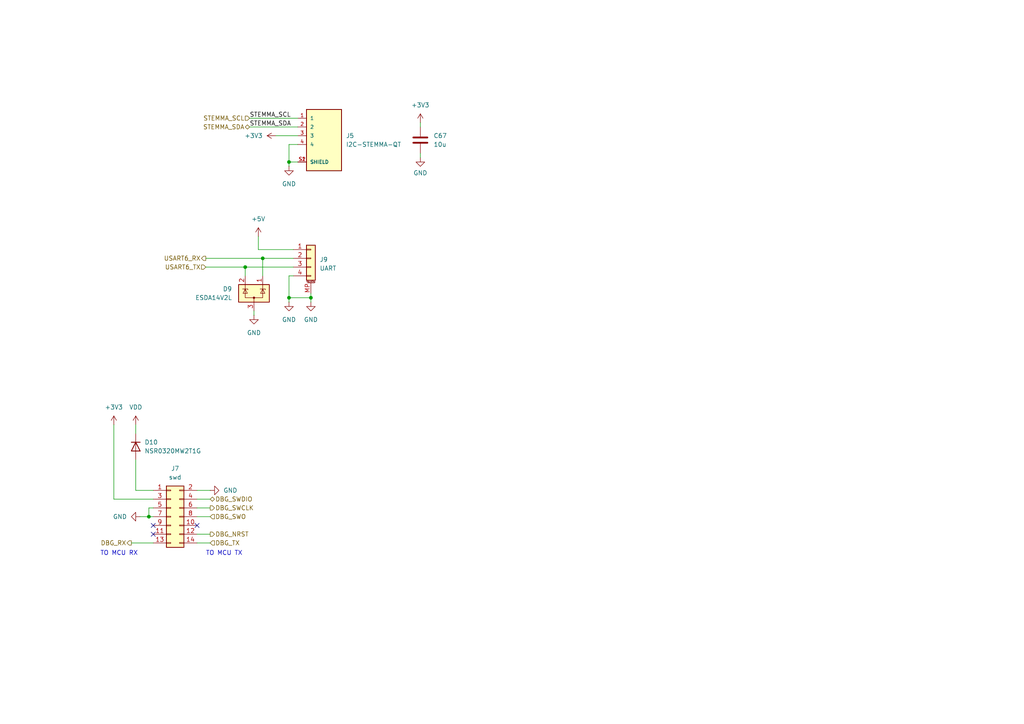
<source format=kicad_sch>
(kicad_sch (version 20231120) (generator "eeschema") (generator_version "8.0")
  (paper "A4")
  (lib_symbols
    (symbol "Connector_Generic:Conn_02x07_Odd_Even" (pin_names (offset 1.016) hide)
      (property "Reference" "J" (at 1.27 10.16 0))
      (property "Value" "Conn_02x07_Odd_Even" (at 1.27 -10.16 0))
      (symbol "Conn_02x07_Odd_Even_1_1"
        (rectangle (start -1.27 -7.493) (end 0 -7.747) (stroke (width 0.1524)))
        (rectangle (start -1.27 -4.953) (end 0 -5.207) (stroke (width 0.1524)))
        (rectangle (start -1.27 -2.413) (end 0 -2.667) (stroke (width 0.1524)))
        (rectangle (start -1.27 0.127) (end 0 -0.127) (stroke (width 0.1524)))
        (rectangle (start -1.27 2.667) (end 0 2.413) (stroke (width 0.1524)))
        (rectangle (start -1.27 5.207) (end 0 4.953) (stroke (width 0.1524)))
        (rectangle (start -1.27 7.747) (end 0 7.493) (stroke (width 0.1524)))
        (rectangle (start -1.27 8.89) (end 3.81 -8.89) (stroke (width 0.254)) (fill (type background)))
        (rectangle (start 3.81 -7.493) (end 2.54 -7.747) (stroke (width 0.1524)))
        (rectangle (start 3.81 -4.953) (end 2.54 -5.207) (stroke (width 0.1524)))
        (rectangle (start 3.81 -2.413) (end 2.54 -2.667) (stroke (width 0.1524)))
        (rectangle (start 3.81 0.127) (end 2.54 -0.127) (stroke (width 0.1524)))
        (rectangle (start 3.81 2.667) (end 2.54 2.413) (stroke (width 0.1524)))
        (rectangle (start 3.81 5.207) (end 2.54 4.953) (stroke (width 0.1524)))
        (rectangle (start 3.81 7.747) (end 2.54 7.493) (stroke (width 0.1524)))
        (pin passive line (at -5.08 7.62 0) (length 3.81) (name "Pin_1") (number "1"))
        (pin passive line (at 7.62 -2.54 180) (length 3.81) (name "Pin_10") (number "10"))
        (pin passive line (at -5.08 -5.08 0) (length 3.81) (name "Pin_11") (number "11"))
        (pin passive line (at 7.62 -5.08 180) (length 3.81) (name "Pin_12") (number "12"))
        (pin passive line (at -5.08 -7.62 0) (length 3.81) (name "Pin_13") (number "13"))
        (pin passive line (at 7.62 -7.62 180) (length 3.81) (name "Pin_14") (number "14"))
        (pin passive line (at 7.62 7.62 180) (length 3.81) (name "Pin_2") (number "2"))
        (pin passive line (at -5.08 5.08 0) (length 3.81) (name "Pin_3") (number "3"))
        (pin passive line (at 7.62 5.08 180) (length 3.81) (name "Pin_4") (number "4"))
        (pin passive line (at -5.08 2.54 0) (length 3.81) (name "Pin_5") (number "5"))
        (pin passive line (at 7.62 2.54 180) (length 3.81) (name "Pin_6") (number "6"))
        (pin passive line (at -5.08 0 0) (length 3.81) (name "Pin_7") (number "7"))
        (pin passive line (at 7.62 0 180) (length 3.81) (name "Pin_8") (number "8"))
        (pin passive line (at -5.08 -2.54 0) (length 3.81) (name "Pin_9") (number "9"))
      )
    )
    (symbol "Connector_Generic_MountingPin:Conn_01x04_MountingPin" (pin_names (offset 1.016) hide)
      (property "Reference" "J" (at 0 5.08 0))
      (property "Value" "Conn_01x04_MountingPin" (at 1.27 -7.62 0))
      (symbol "Conn_01x04_MountingPin_1_1"
        (rectangle (start -1.27 -4.953) (end 0 -5.207) (stroke (width 0.1524)))
        (rectangle (start -1.27 -2.413) (end 0 -2.667) (stroke (width 0.1524)))
        (rectangle (start -1.27 0.127) (end 0 -0.127) (stroke (width 0.1524)))
        (rectangle (start -1.27 2.667) (end 0 2.413) (stroke (width 0.1524)))
        (rectangle (start -1.27 3.81) (end 1.27 -6.35) (stroke (width 0.254)) (fill (type background)))
        (polyline (pts (xy -1.016 -7.112) (xy 1.016 -7.112)) (stroke (width 0.1524)))
        (text "Mounting" (at 0 -6.731 0) (effects (font (size 0.381 0.381))))
        (pin passive line (at -5.08 2.54 0) (length 3.81) (name "Pin_1") (number "1"))
        (pin passive line (at -5.08 0 0) (length 3.81) (name "Pin_2") (number "2"))
        (pin passive line (at -5.08 -2.54 0) (length 3.81) (name "Pin_3") (number "3"))
        (pin passive line (at -5.08 -5.08 0) (length 3.81) (name "Pin_4") (number "4"))
        (pin passive line (at 0 -10.16 90) (length 3.048) (name "MountPin") (number "MP"))
      )
    )
    (symbol "Device:C" (pin_numbers hide) (pin_names (offset 0.254))
      (property "Reference" "C" (at 0.635 2.54 0))
      (property "Value" "C" (at 0.635 -2.54 0))
      (symbol "C_0_1"
        (polyline (pts (xy -2.032 -0.762) (xy 2.032 -0.762)) (stroke (width 0.508)))
        (polyline (pts (xy -2.032 0.762) (xy 2.032 0.762)) (stroke (width 0.508)))
      )
      (symbol "C_1_1"
        (pin passive line (at 0 3.81 270) (length 2.794) (name "~") (number "1"))
        (pin passive line (at 0 -3.81 90) (length 2.794) (name "~") (number "2"))
      )
    )
    (symbol "Device:D" (pin_numbers hide) (pin_names (offset 1.016) hide)
      (property "Reference" "D" (at 0 2.54 0))
      (property "Value" "D" (at 0 -2.54 0))
      (symbol "D_0_1"
        (polyline (pts (xy -1.27 1.27) (xy -1.27 -1.27)) (stroke (width 0.254)))
        (polyline (pts (xy 1.27 0) (xy -1.27 0)))
        (polyline (pts (xy 1.27 1.27) (xy 1.27 -1.27) (xy -1.27 0) (xy 1.27 1.27)) (stroke (width 0.254)))
      )
      (symbol "D_1_1"
        (pin passive line (at -3.81 0 0) (length 2.54) (name "K") (number "1"))
        (pin passive line (at 3.81 0 180) (length 2.54) (name "A") (number "2"))
      )
    )
    (symbol "GND_1" (power) (pin_numbers hide) (pin_names (offset 0) hide)
      (property "Value" "GND" (at 0 -3.81 0))
      (symbol "GND_1_0_1"
        (polyline (pts (xy 0 0) (xy 0 -1.27) (xy 1.27 -1.27) (xy 0 -2.54) (xy -1.27 -1.27) (xy 0 -1.27)))
      )
      (symbol "GND_1_1_1"
        (pin power_in line (at 0 0 270) (length 0) (name "~") (number "1"))
      )
    )
    (symbol "GND_2" (power) (pin_numbers hide) (pin_names (offset 0) hide)
      (property "Value" "GND" (at 0 -3.81 0))
      (symbol "GND_2_0_1"
        (polyline (pts (xy 0 0) (xy 0 -1.27) (xy 1.27 -1.27) (xy 0 -2.54) (xy -1.27 -1.27) (xy 0 -1.27)))
      )
      (symbol "GND_2_1_1"
        (pin power_in line (at 0 0 270) (length 0) (name "~") (number "1"))
      )
    )
    (symbol "GND_3" (power) (pin_numbers hide) (pin_names (offset 0) hide)
      (property "Value" "GND" (at 0 -3.81 0))
      (symbol "GND_3_0_1"
        (polyline (pts (xy 0 0) (xy 0 -1.27) (xy 1.27 -1.27) (xy 0 -2.54) (xy -1.27 -1.27) (xy 0 -1.27)))
      )
      (symbol "GND_3_1_1"
        (pin power_in line (at 0 0 270) (length 0) (name "~") (number "1"))
      )
    )
    (symbol "Power_Protection:SP0502BAHT" (pin_names hide)
      (property "Reference" "D" (at 5.715 2.54 0))
      (property "Value" "SP0502BAHT" (at 5.715 0.635 0))
      (symbol "SP0502BAHT_0_0"
        (pin passive line (at 0 -5.08 90) (length 2.54) (name "A") (number "3"))
      )
      (symbol "SP0502BAHT_0_1"
        (rectangle (start -4.445 2.54) (end 4.445 -2.54) (stroke (width 0.254)) (fill (type background)))
        (circle (center 0 -1.27) (radius 0.254) (fill (type outline)))
        (polyline (pts (xy -2.54 2.54) (xy -2.54 1.27)))
        (polyline (pts (xy 0 -1.27) (xy 0 -2.54)))
        (polyline (pts (xy 2.54 2.54) (xy 2.54 1.27)))
        (polyline (pts (xy -3.302 1.016) (xy -3.302 1.27) (xy -1.905 1.27) (xy -1.778 1.27)))
        (polyline (pts (xy -2.54 1.27) (xy -2.54 -1.27) (xy 2.54 -1.27) (xy 2.54 1.27)))
        (polyline (pts (xy -2.54 1.27) (xy -1.905 0) (xy -3.175 0) (xy -2.54 1.27)))
        (polyline (pts (xy 1.778 1.016) (xy 1.778 1.27) (xy 3.175 1.27) (xy 3.302 1.27)))
        (polyline (pts (xy 2.54 1.27) (xy 1.905 0) (xy 3.175 0) (xy 2.54 1.27)))
      )
      (symbol "SP0502BAHT_1_1"
        (pin passive line (at -2.54 5.08 270) (length 2.54) (name "K") (number "1"))
        (pin passive line (at 2.54 5.08 270) (length 2.54) (name "K") (number "2"))
      )
    )
    (symbol "SM04B-SRSS-TB_LF__SN_:SM04B-SRSS-TB_LF__SN_" (pin_names (offset 1.016))
      (property "Reference" "J" (at -5.0831 8.1433 0))
      (property "Value" "SM04B-SRSS-TB_LF__SN_" (at -5.0835 -11.9557 0))
      (symbol "SM04B-SRSS-TB_LF__SN__0_0"
        (rectangle (start -5.08 -10.16) (end 5.08 7.62) (stroke (width 0.254)) (fill (type background)))
        (pin passive line (at -7.62 5.08 0) (length 2.54) (name "1") (number "1"))
        (pin passive line (at -7.62 2.54 0) (length 2.54) (name "2") (number "2"))
        (pin passive line (at -7.62 0 0) (length 2.54) (name "3") (number "3"))
        (pin passive line (at -7.62 -2.54 0) (length 2.54) (name "4") (number "4"))
        (pin passive line (at -7.62 -7.62 0) (length 2.54) (name "SHIELD") (number "S1"))
        (pin passive line (at -7.62 -7.62 0) (length 2.54) (name "SHIELD") (number "S2"))
      )
    )
    (symbol "power:+3V3" (power) (pin_numbers hide) (pin_names (offset 0) hide)
      (property "Value" "+3V3" (at 0 3.556 0))
      (symbol "+3V3_0_1"
        (polyline (pts (xy -0.762 1.27) (xy 0 2.54)))
        (polyline (pts (xy 0 0) (xy 0 2.54)))
        (polyline (pts (xy 0 2.54) (xy 0.762 1.27)))
      )
      (symbol "+3V3_1_1"
        (pin power_in line (at 0 0 90) (length 0) (name "~") (number "1"))
      )
    )
    (symbol "power:+5V" (power) (pin_numbers hide) (pin_names (offset 0) hide)
      (property "Value" "+5V" (at 0 3.556 0))
      (symbol "+5V_0_1"
        (polyline (pts (xy -0.762 1.27) (xy 0 2.54)))
        (polyline (pts (xy 0 0) (xy 0 2.54)))
        (polyline (pts (xy 0 2.54) (xy 0.762 1.27)))
      )
      (symbol "+5V_1_1"
        (pin power_in line (at 0 0 90) (length 0) (name "~") (number "1"))
      )
    )
    (symbol "power:GND" (power) (pin_names (offset 0))
      (property "Value" "GND" (at 0 -3.81 0))
      (symbol "GND_0_1"
        (polyline (pts (xy 0 0) (xy 0 -1.27) (xy 1.27 -1.27) (xy 0 -2.54) (xy -1.27 -1.27) (xy 0 -1.27)))
      )
      (symbol "GND_1_1"
        (pin power_in line (at 0 0 270) (length 0) hide (name "GND") (number "1"))
      )
    )
    (symbol "power:VDD" (power) (pin_numbers hide) (pin_names (offset 0) hide)
      (property "Value" "VDD" (at 0 3.556 0))
      (symbol "VDD_0_1"
        (polyline (pts (xy -0.762 1.27) (xy 0 2.54)))
        (polyline (pts (xy 0 0) (xy 0 2.54)))
        (polyline (pts (xy 0 2.54) (xy 0.762 1.27)))
      )
      (symbol "VDD_1_1"
        (pin power_in line (at 0 0 90) (length 0) (name "~") (number "1"))
      )
    )
  )
  (junction (at 43.18 149.86))
  (junction (at 71.12 77.47))
  (junction (at 83.82 46.99))
  (junction (at 83.82 86.36))
  (junction (at 90.17 86.36))
  (junction (at 76.2 74.93))
  (no_connect (at 57.15 152.4))
  (no_connect (at 44.45 152.4))
  (no_connect (at 44.45 154.94))
  (wire (pts (xy 59.69 74.93) (xy 76.2 74.93)))
  (wire (pts (xy 57.15 157.48) (xy 60.96 157.48)))
  (wire (pts (xy 121.92 45.72) (xy 121.92 44.45)))
  (wire (pts (xy 39.37 142.24) (xy 44.45 142.24)))
  (wire (pts (xy 90.17 86.36) (xy 90.17 85.09)))
  (wire (pts (xy 74.93 68.58) (xy 74.93 72.39)))
  (wire (pts (xy 39.37 123.19) (xy 39.37 125.73)))
  (wire (pts (xy 83.82 41.91) (xy 83.82 46.99)))
  (wire (pts (xy 44.45 147.32) (xy 43.18 147.32)))
  (wire (pts (xy 72.39 36.83) (xy 86.36 36.83)))
  (wire (pts (xy 83.82 80.01) (xy 83.82 86.36)))
  (wire (pts (xy 83.82 86.36) (xy 90.17 86.36)))
  (wire (pts (xy 86.36 41.91) (xy 83.82 41.91)))
  (wire (pts (xy 71.12 77.47) (xy 71.12 80.01)))
  (wire (pts (xy 76.2 74.93) (xy 76.2 80.01)))
  (wire (pts (xy 33.02 123.19) (xy 33.02 144.78)))
  (wire (pts (xy 74.93 72.39) (xy 85.09 72.39)))
  (wire (pts (xy 90.17 87.63) (xy 90.17 86.36)))
  (wire (pts (xy 83.82 86.36) (xy 83.82 87.63)))
  (wire (pts (xy 121.92 35.56) (xy 121.92 36.83)))
  (wire (pts (xy 57.15 144.78) (xy 60.96 144.78)))
  (wire (pts (xy 76.2 74.93) (xy 85.09 74.93)))
  (wire (pts (xy 85.09 80.01) (xy 83.82 80.01)))
  (wire (pts (xy 57.15 154.94) (xy 60.96 154.94)))
  (wire (pts (xy 40.64 149.86) (xy 43.18 149.86)))
  (wire (pts (xy 33.02 144.78) (xy 44.45 144.78)))
  (wire (pts (xy 71.12 77.47) (xy 85.09 77.47)))
  (wire (pts (xy 38.1 157.48) (xy 44.45 157.48)))
  (wire (pts (xy 39.37 133.35) (xy 39.37 142.24)))
  (wire (pts (xy 57.15 149.86) (xy 60.96 149.86)))
  (wire (pts (xy 73.66 91.44) (xy 73.66 90.17)))
  (wire (pts (xy 72.39 34.29) (xy 86.36 34.29)))
  (wire (pts (xy 57.15 142.24) (xy 60.96 142.24)))
  (wire (pts (xy 59.69 77.47) (xy 71.12 77.47)))
  (wire (pts (xy 80.01 39.37) (xy 86.36 39.37)))
  (wire (pts (xy 83.82 46.99) (xy 83.82 48.26)))
  (wire (pts (xy 57.15 147.32) (xy 60.96 147.32)))
  (wire (pts (xy 83.82 46.99) (xy 86.36 46.99)))
  (wire (pts (xy 43.18 147.32) (xy 43.18 149.86)))
  (wire (pts (xy 43.18 149.86) (xy 44.45 149.86)))
  (text "TO MCU TX" (at 65.024 160.528 0) (effects (font (size 1.27 1.27))))
  (text "TO MCU RX" (at 34.544 160.528 0) (effects (font (size 1.27 1.27))))
  (label "STEMMA_SCL" (at 72.39 34.29 0))
  (label "STEMMA_SDA" (at 72.39 36.83 0))
  (hierarchical_label "DBG_SWO" (shape input) (at 60.96 149.86 0))
  (hierarchical_label "USART6_TX" (shape input) (at 59.69 77.47 180))
  (hierarchical_label "STEMMA_SCL" (shape input) (at 72.39 34.29 180))
  (hierarchical_label "DBG_SWDIO" (shape bidirectional) (at 60.96 144.78 0))
  (hierarchical_label "USART6_RX" (shape output) (at 59.69 74.93 180))
  (hierarchical_label "DBG_RX" (shape output) (at 38.1 157.48 180))
  (hierarchical_label "DBG_SWCLK" (shape output) (at 60.96 147.32 0))
  (hierarchical_label "DBG_TX" (shape input) (at 60.96 157.48 0))
  (hierarchical_label "STEMMA_SDA" (shape bidirectional) (at 72.39 36.83 180))
  (hierarchical_label "DBG_NRST" (shape output) (at 60.96 154.94 0))
  (symbol (lib_name "GND_2") (lib_id "power:GND") (at 83.82 48.26 0) (unit 1)
    (property "Reference" "#PWR0110" (effects (hide yes)))
    (property "Value" "GND" (at 83.82 53.34 0))
    (property "Description" "Power symbol creates a global label with name \"GND\" , ground" (effects (hide yes)))
  )
  (symbol (lib_name "GND_1") (lib_id "power:GND") (at 83.82 87.63 0) (unit 1)
    (property "Reference" "#PWR0107" (effects (hide yes)))
    (property "Value" "GND" (at 83.82 92.71 0))
    (property "Description" "Power symbol creates a global label with name \"GND\" , ground" (effects (hide yes)))
  )
  (symbol (lib_name "GND_1") (lib_id "power:GND") (at 73.66 91.44 0) (unit 1)
    (property "Reference" "#PWR0108" (effects (hide yes)))
    (property "Value" "GND" (at 73.66 96.52 0))
    (property "Description" "Power symbol creates a global label with name \"GND\" , ground" (effects (hide yes)))
  )
  (symbol (lib_id "Connector_Generic_MountingPin:Conn_01x04_MountingPin") (at 90.17 74.93 0) (unit 1)
    (property "Reference" "J9" (at 92.71 75.2855 0) (effects (justify left)))
    (property "Value" "UART" (at 92.71 77.8255 0) (effects (justify left)))
    (property "Footprint" "Connector_Hirose:Hirose_DF13C_CL535-0404-8-51_1x04-1MP_P1.25mm_Vertical" (effects (hide yes)))
    (property "Description" "Generic connectable mounting pin connector, single row, 01x04, script generated (kicad-library-utils/schlib/autogen/connector/)" (effects (hide yes)))
    (property "JLCPCB Part #" "C146120" (effects (hide yes)))
  )
  (symbol (lib_id "power:GND") (at 90.17 87.63 0) (unit 1)
    (property "Reference" "#PWR068" (effects (hide yes)))
    (property "Value" "GND" (at 90.17 92.71 0))
    (property "Description" "Power symbol creates a global label with name \"GND\" , ground" (effects (hide yes)))
  )
  (symbol (lib_id "power:+3V3") (at 33.02 123.19 0) (unit 1)
    (property "Reference" "#PWR0115" (effects (hide yes)))
    (property "Value" "+3V3" (at 33.02 118.11 0))
    (property "Description" "Power symbol creates a global label with name \"+3V3\"" (effects (hide yes)))
  )
  (symbol (lib_id "power:VDD") (at 39.37 123.19 0) (unit 1)
    (property "Reference" "#PWR0114" (effects (hide yes)))
    (property "Value" "VDD" (at 39.37 118.11 0))
    (property "Description" "Power symbol creates a global label with name \"VDD\"" (effects (hide yes)))
  )
  (symbol (lib_id "SM04B-SRSS-TB_LF__SN_:SM04B-SRSS-TB_LF__SN_") (at 93.98 39.37 0) (unit 1)
    (property "Reference" "J5" (at 100.33 39.3699 0) (effects (justify left)))
    (property "Value" "I2C-STEMMA-QT" (at 100.33 41.9099 0) (effects (justify left)))
    (property "Footprint" "SM04B-SRSS-TB_LF__SN_:JST_SM04B-SRSS-TB_LF__SN_" (effects (hide yes)))
    (property "MF" "JST Sales" (effects (hide yes)))
    (property "Description_1" "\nConnector Header Surface Mount, Right Angle 4 position 0.039 (1.00mm)\n" (effects (hide yes)))
    (property "Package" "None" (effects (hide yes)))
    (property "Price" "None" (effects (hide yes)))
    (property "Check_prices" "https://www.snapeda.com/parts/SM04B-SRSS-TB(LF)(SN)/JST+Sales+America+Inc./view-part/?ref=eda" (effects (hide yes)))
    (property "STANDARD" "Manufacturer recommendations" (effects (hide yes)))
    (property "SnapEDA_Link" "https://www.snapeda.com/parts/SM04B-SRSS-TB(LF)(SN)/JST+Sales+America+Inc./view-part/?ref=snap" (effects (hide yes)))
    (property "MP" "SM04B-SRSS-TB(LF)(SN)" (effects (hide yes)))
    (property "Availability" "In Stock" (effects (hide yes)))
    (property "MANUFACTURER" "JST" (effects (hide yes)))
    (property "JLCPCB Part #" "C160404" (effects (hide yes)))
  )
  (symbol (lib_id "power:GND") (at 121.92 45.72 0) (unit 1)
    (property "Reference" "#PWR086" (effects (hide yes)))
    (property "Value" "GND" (at 121.92 50.165 0))
  )
  (symbol (lib_id "power:+3V3") (at 80.01 39.37 90) (unit 1)
    (property "Reference" "#PWR0109" (effects (hide yes)))
    (property "Value" "+3V3" (at 76.2 39.3699 90) (effects (justify left)))
    (property "Description" "Power symbol creates a global label with name \"+3V3\"" (effects (hide yes)))
  )
  (symbol (lib_id "Connector_Generic:Conn_02x07_Odd_Even") (at 49.53 149.86 0) (unit 1)
    (property "Reference" "J7" (at 50.8 135.89 0))
    (property "Value" "swd" (at 50.8 138.43 0))
    (property "Footprint" "Connector_PinHeader_1.27mm:PinHeader_2x07_P1.27mm_Vertical_SMD" (effects (hide yes)))
    (property "Description" "Generic connector, double row, 02x07, odd/even pin numbering scheme (row 1 odd numbers, row 2 even numbers), script generated (kicad-library-utils/schlib/autogen/connector/)" (effects (hide yes)))
    (property "JLCPCB Part #" "C2881912" (effects (hide yes)))
  )
  (symbol (lib_id "Device:D") (at 39.37 129.54 270) (unit 1)
    (property "Reference" "D10" (at 41.91 128.2699 90) (effects (justify left)))
    (property "Value" "NSR0320MW2T1G" (at 41.91 130.8099 90) (effects (justify left)))
    (property "Footprint" "Diode_SMD:D_SOD-323" (effects (hide yes)))
    (property "Description" "Diode" (effects (hide yes)))
    (property "Sim.Device" "D" (effects (hide yes)))
    (property "Sim.Pins" "1=K 2=A" (effects (hide yes)))
    (property "JLCPCB Part #" "C48192" (effects (hide yes)))
  )
  (symbol (lib_id "Device:C") (at 121.92 40.64 0) (unit 1)
    (property "Reference" "C67" (at 125.73 39.3699 0) (effects (justify left)))
    (property "Value" "10u" (at 125.73 41.9099 0) (effects (justify left)))
    (property "Footprint" "Capacitor_SMD:C_0603_1608Metric" (effects (hide yes)))
    (property "JLCPCB Part #" "C96446" (effects (hide yes)))
  )
  (symbol (lib_name "GND_3") (lib_id "power:GND") (at 60.96 142.24 90) (mirror x) (unit 1)
    (property "Reference" "#PWR0117" (effects (hide yes)))
    (property "Value" "GND" (at 64.77 142.2399 90) (effects (justify right)))
    (property "Description" "Power symbol creates a global label with name \"GND\" , ground" (effects (hide yes)))
  )
  (symbol (lib_name "GND_3") (lib_id "power:GND") (at 40.64 149.86 270) (unit 1)
    (property "Reference" "#PWR0116" (effects (hide yes)))
    (property "Value" "GND" (at 36.83 149.8599 90) (effects (justify right)))
    (property "Description" "Power symbol creates a global label with name \"GND\" , ground" (effects (hide yes)))
  )
  (symbol (lib_id "Power_Protection:SP0502BAHT") (at 73.66 85.09 0) (mirror y) (unit 1)
    (property "Reference" "D9" (at 67.31 83.8199 0) (effects (justify left)))
    (property "Value" "ESDA14V2L" (at 67.31 86.3599 0) (effects (justify left)))
    (property "Footprint" "Package_TO_SOT_SMD:SOT-23" (effects (hide yes)))
    (property "Datasheet" "http://www.littelfuse.com/~/media/files/littelfuse/technical%20resources/documents/data%20sheets/sp05xxba.pdf" (effects (hide yes)))
    (property "Description" "TVS Diode Array, 5.5V Standoff, 2 Channels, SOT-23 package" (effects (hide yes)))
    (property "JLCPCB Part #" "C343996" (effects (hide yes)))
  )
  (symbol (lib_id "power:+3V3") (at 121.92 35.56 0) (unit 1)
    (property "Reference" "#PWR04" (effects (hide yes)))
    (property "Value" "+3V3" (at 121.92 30.48 0))
    (property "Description" "Power symbol creates a global label with name \"+3V3\"" (effects (hide yes)))
  )
  (symbol (lib_id "power:+5V") (at 74.93 68.58 0) (unit 1)
    (property "Reference" "#PWR0106" (effects (hide yes)))
    (property "Value" "+5V" (at 74.93 63.5 0))
    (property "Description" "Power symbol creates a global label with name \"+5V\"" (effects (hide yes)))
  )
)
</source>
